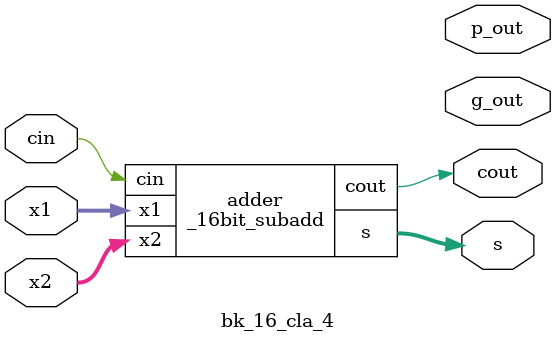
<source format=v>
`ifndef BK4
`include "bk/bk4.v"
`endif
`ifndef CLA4
`include "cla4.v"
`endif
`ifndef BLOCK_SIGNALS4
`include "block_signals4.v"
`endif

module _16bit_subadd(x1, x2, s, cin, cout, p_out, g_out);
	input[15:0]x1;
	input[15:0]x2;
	input cin;
	wire[15:0]p_in;
	wire[15:0]g_in;
	output[15:0]s;
	output cout;

	output p_out, g_out;
	wire adder0_cin;
	wire adder0_cout;
	bk4 adder0(.x1(x1[3:0]), .x2(x2[3:0]), .s(s[3:0]), .p_out(p_in[3:0]), .g_out(g_in[3:0]), .cin(adder0_cin));
	wire adder0_p_out;
	wire adder0_g_out;
	block_signals4 block0(.g_in(g_in[3:0]), .p_in(p_in[3:0]), .p_out(adder0_p_out), .g_out(adder0_g_out));

	wire adder1_cin;
	wire adder1_cout;
	bk4 adder1(.x1(x1[7:4]), .x2(x2[7:4]), .s(s[7:4]), .p_out(p_in[7:4]), .g_out(g_in[7:4]), .cin(adder1_cin));
	wire adder1_p_out;
	wire adder1_g_out;
	block_signals4 block1(.g_in(g_in[7:4]), .p_in(p_in[7:4]), .p_out(adder1_p_out), .g_out(adder1_g_out));

	wire adder2_cin;
	wire adder2_cout;
	bk4 adder2(.x1(x1[11:8]), .x2(x2[11:8]), .s(s[11:8]), .p_out(p_in[11:8]), .g_out(g_in[11:8]), .cin(adder2_cin));
	wire adder2_p_out;
	wire adder2_g_out;
	block_signals4 block2(.g_in(g_in[11:8]), .p_in(p_in[11:8]), .p_out(adder2_p_out), .g_out(adder2_g_out));

	wire adder3_cin;
	wire adder3_cout;
	bk4 adder3(.x1(x1[15:12]), .x2(x2[15:12]), .s(s[15:12]), .p_out(p_in[15:12]), .g_out(g_in[15:12]), .cin(adder3_cin));
	wire adder3_p_out;
	wire adder3_g_out;
	block_signals4 block3(.g_in(g_in[15:12]), .p_in(p_in[15:12]), .p_out(adder3_p_out), .g_out(adder3_g_out));

	wire[3:0]cla_cout;
	cla4 cla_block(.p_in({adder3_p_out, adder2_p_out, adder1_p_out, adder0_p_out}), .g_in({adder3_g_out, adder2_g_out, adder1_g_out, adder0_g_out}), .cin(cin), .cout(cla_cout), .p_out(p_out), .g_out(g_out));
	assign adder0_cin = cla_cout[0];
	assign adder1_cin = cla_cout[1];
	assign adder2_cin = cla_cout[2];
	assign adder3_cin = cla_cout[3];
endmodule


module bk_16_cla_4(x1, x2, s, cin, cout, p_out, g_out);
	input[15:0]x1;
	input[15:0]x2;
	input cin;
	wire[15:0]p_in;
	wire[15:0]g_in;
	output[15:0]s;
	output cout;
	output p_out, g_out;

	_16bit_subadd adder(.x1(x1), .x2(x2), .s(s), .cin(cin), .cout(cout));
endmodule

</source>
